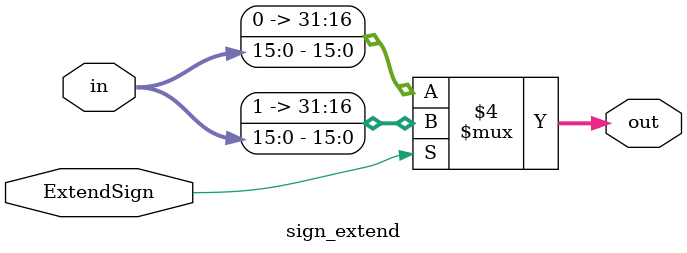
<source format=v>
/*
This is the work of Shivam Singhal (200939) and Shrey Wadhawan (200948) and contains the code deliverables for the CS220 Assignment-7.
*/

/*
This file contains the code for extending the sign of a 16-bit value to a 32-bit value.
*/
module sign_extend(out, in, ExtendSign);

    output reg [31:0] out;
    input [15:0] in;
	input ExtendSign;

    always@(*)
	 begin
		if (ExtendSign == 0) begin
			out = {16'b0 , in};
		end 
        else begin
			  out = {16'hffff , in};
	     end
     end
endmodule
</source>
